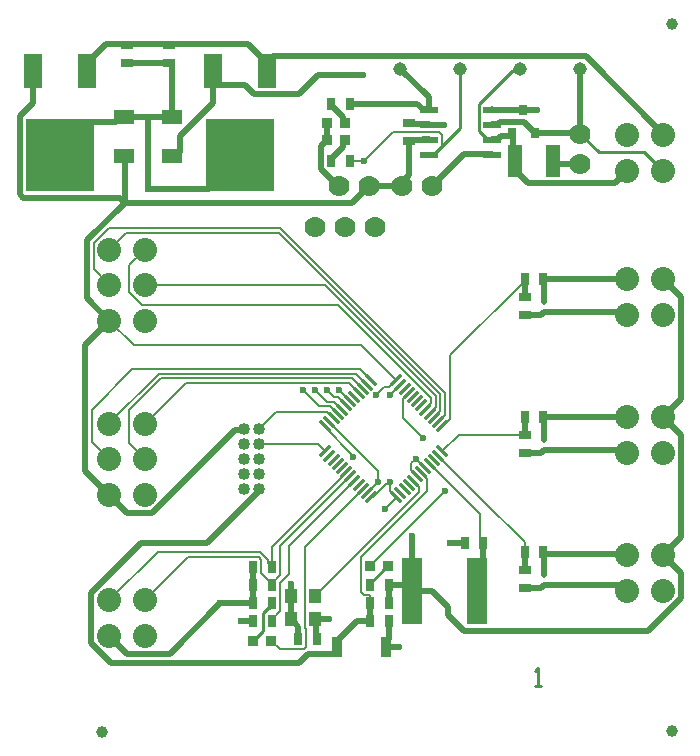
<source format=gtl>
G04*
G04 #@! TF.GenerationSoftware,Altium Limited,Altium Designer,20.1.14 (287)*
G04*
G04 Layer_Physical_Order=1*
G04 Layer_Color=255*
%FSLAX25Y25*%
%MOIN*%
G70*
G04*
G04 #@! TF.SameCoordinates,9EA74FF0-E2A0-47AC-9F38-8029312ED962*
G04*
G04*
G04 #@! TF.FilePolarity,Positive*
G04*
G01*
G75*
%ADD11C,0.01000*%
%ADD14C,0.00500*%
%ADD39R,0.03000X0.04000*%
%ADD40R,0.04300X0.04800*%
%ADD41R,0.03500X0.03500*%
G04:AMPARAMS|DCode=42|XSize=11.81mil|YSize=47.24mil|CornerRadius=0mil|HoleSize=0mil|Usage=FLASHONLY|Rotation=135.000|XOffset=0mil|YOffset=0mil|HoleType=Round|Shape=Rectangle|*
%AMROTATEDRECTD42*
4,1,4,0.02088,0.01253,-0.01253,-0.02088,-0.02088,-0.01253,0.01253,0.02088,0.02088,0.01253,0.0*
%
%ADD42ROTATEDRECTD42*%

G04:AMPARAMS|DCode=43|XSize=11.81mil|YSize=47.24mil|CornerRadius=0mil|HoleSize=0mil|Usage=FLASHONLY|Rotation=225.000|XOffset=0mil|YOffset=0mil|HoleType=Round|Shape=Rectangle|*
%AMROTATEDRECTD43*
4,1,4,-0.01253,0.02088,0.02088,-0.01253,0.01253,-0.02088,-0.02088,0.01253,-0.01253,0.02088,0.0*
%
%ADD43ROTATEDRECTD43*%

%ADD44C,0.03937*%
%ADD45R,0.04000X0.03000*%
%ADD46R,0.01575X0.01280*%
%ADD47R,0.06299X0.11811*%
%ADD48R,0.22835X0.24410*%
%ADD49R,0.07100X0.04700*%
%ADD50R,0.07087X0.22441*%
%ADD51C,0.04500*%
%ADD52R,0.06102X0.02362*%
%ADD53R,0.03150X0.03543*%
%ADD54R,0.05118X0.11024*%
%ADD55R,0.03500X0.07000*%
%ADD56C,0.02000*%
%ADD57C,0.08000*%
%ADD58C,0.04000*%
%ADD59C,0.07000*%
%ADD60C,0.02362*%
D11*
X504500Y352375D02*
Y372000D01*
X498500Y346375D02*
X504500Y352375D01*
X435500Y181500D02*
X438624Y184624D01*
Y190621D01*
X440502Y192500D01*
X440624D01*
X441624Y193500D01*
Y194000D01*
X524018Y371518D02*
X524500Y372000D01*
X521679Y371518D02*
X524018D01*
X510580Y360419D02*
X521679Y371518D01*
X565702Y344393D02*
X572000Y338094D01*
X550607Y344393D02*
X565702D01*
X544500Y350500D02*
X550607Y344393D01*
X544468Y350532D02*
X544500Y350500D01*
X474376Y200000D02*
Y200500D01*
X479126Y205250D01*
X479250D01*
X480500Y206500D01*
X495742Y343617D02*
X498500Y346375D01*
X513262Y348617D02*
X515132D01*
X510580Y351298D02*
X513262Y348617D01*
X510580Y351298D02*
Y360419D01*
X529500Y166500D02*
X531499D01*
X530500D01*
Y172498D01*
X529500Y171498D01*
D14*
X498500Y346375D02*
Y349865D01*
Y346375D02*
Y346375D01*
X482000Y351000D02*
X497365D01*
X498500Y349865D01*
X487271Y263887D02*
Y264068D01*
X485325Y261941D02*
X487271Y263887D01*
X485325Y255675D02*
Y261941D01*
Y255675D02*
X492000Y249000D01*
X474500Y206500D02*
X499500Y231500D01*
X493393Y231393D02*
Y235494D01*
X471500Y209500D02*
X493393Y231393D01*
X479500Y225500D02*
X483095Y229095D01*
Y229269D01*
X471462Y279877D02*
X483095Y268244D01*
X395812Y279877D02*
X471462D01*
X483095Y268244D02*
X483095D01*
X387500Y288189D02*
X395812Y279877D01*
X452000Y265000D02*
X457431Y259569D01*
X463427Y257108D02*
X463608D01*
X464923Y258500D02*
X465000D01*
X462431Y262569D02*
X463715D01*
X456000Y265000D02*
X459931Y261069D01*
X463715Y262569D02*
X466392Y259892D01*
X460000Y265000D02*
X462431Y262569D01*
X456000Y265000D02*
X456000D01*
X462431Y261069D02*
X465000Y258500D01*
X459931Y261069D02*
X462431D01*
X467750Y261284D02*
X467784D01*
X464000Y265000D02*
X464034D01*
X467750Y261284D01*
X457431Y259569D02*
X461147D01*
X472500Y341500D02*
X482000Y351000D01*
X467624Y341500D02*
X472500D01*
X461147Y259569D02*
X463608Y257108D01*
X443162Y257662D02*
X460089D01*
X437500Y252000D02*
X437655Y251845D01*
X460089Y257662D02*
X462035Y255716D01*
X403931Y270431D02*
X469695D01*
X395181Y271931D02*
X470979D01*
X381750Y258500D02*
X395181Y271931D01*
X399338Y253811D02*
X412958Y267431D01*
X387500Y254000D02*
X403931Y270431D01*
X404552Y268931D02*
X468411D01*
X471883Y265460D01*
X470979Y271931D02*
X474666Y268244D01*
X397602Y261981D02*
X404552Y268931D01*
X467204Y267431D02*
X470568Y264068D01*
X412958Y267431D02*
X467204D01*
X469695Y270431D02*
X473275Y266852D01*
X397602Y261981D02*
X397602D01*
X394069Y258448D02*
X397602Y261981D01*
X437500Y252000D02*
X443162Y257662D01*
X462035Y255716D02*
X462216D01*
X468995Y262676D02*
X469176D01*
X471883Y265460D02*
X471960D01*
X466211Y237621D02*
X466392D01*
X466211Y237440D02*
Y237621D01*
X387500Y194905D02*
X403594Y211000D01*
X437766D01*
X440414Y208351D01*
Y207209D02*
Y208351D01*
Y207209D02*
X441624Y206000D01*
X413663Y209250D02*
X437394D01*
X399319Y194905D02*
X399319D01*
X413663Y209250D01*
X444466Y200721D02*
X447500Y203755D01*
Y213161D02*
X456466Y222127D01*
X447500Y203755D02*
Y213161D01*
X441624Y200500D02*
X444500Y203376D01*
Y212945D02*
X467784Y236229D01*
X444500Y203376D02*
Y212945D01*
X471500Y197609D02*
Y209500D01*
X456134Y196490D02*
X490609Y230965D01*
Y232710D01*
X491447Y237440D02*
Y237621D01*
Y237440D02*
X493393Y235494D01*
X474084Y196750D02*
X474376Y196457D01*
Y194000D02*
Y196457D01*
X472359Y196750D02*
X474084D01*
X471500Y197609D02*
X472359Y196750D01*
X456134Y196240D02*
Y196490D01*
X444466Y191342D02*
Y200721D01*
X441624Y200000D02*
Y200500D01*
X452734Y185842D02*
Y212827D01*
X441624Y206000D02*
Y212853D01*
X437394Y209250D02*
X438126Y208518D01*
Y203997D02*
Y208518D01*
X494231Y240405D02*
X510874Y223762D01*
Y215250D02*
Y223762D01*
Y215250D02*
X512124Y214000D01*
X488663Y234656D02*
X490609Y232710D01*
X488663Y234656D02*
Y234837D01*
X452734Y212827D02*
X471960Y232053D01*
X452734Y185842D02*
X453126Y185450D01*
X456466Y222127D02*
Y222127D01*
X469176Y234837D01*
X444250Y178750D02*
X452394D01*
X441500Y181500D02*
X444250Y178750D01*
X453126Y179482D02*
Y185450D01*
X452394Y178750D02*
X453126Y179482D01*
X441624Y212853D02*
X466211Y237440D01*
X441624Y188500D02*
X444466Y191342D01*
X441624Y188000D02*
Y188500D01*
X382250Y305250D02*
X387500Y300000D01*
X387264Y319000D02*
X444500D01*
X382250Y305250D02*
Y313986D01*
X387264Y319000D01*
X498407Y252932D02*
X501000Y255526D01*
Y276624D02*
X525876Y301500D01*
X501000Y255526D02*
Y276624D01*
X495623Y255793D02*
X497785Y257955D01*
Y263594D01*
X499500Y256809D02*
Y264000D01*
X497015Y254324D02*
X499500Y256809D01*
X495623Y255716D02*
Y255793D01*
X444500Y319000D02*
X499500Y264000D01*
X443879Y317500D02*
X497785Y263594D01*
X511522Y228681D02*
Y228681D01*
X525876Y211000D02*
Y214327D01*
X511522Y228681D02*
X525876Y214327D01*
X497015Y243189D02*
X511522Y228681D01*
X503950Y250124D02*
X526000D01*
X498407Y244581D02*
X503950Y250124D01*
X498407Y244581D02*
X498407D01*
X525876Y301500D02*
Y302000D01*
X437500Y247000D02*
X457013D01*
X459432Y244581D01*
X459432D01*
X473275Y266852D02*
X473352D01*
X474666Y268244D02*
X474744D01*
X399319Y253811D02*
X399338D01*
X393189Y317500D02*
X443879D01*
X387500Y311811D02*
X393189Y317500D01*
X399319Y300000D02*
X459257D01*
X496285Y262973D01*
X463697Y293439D02*
X494785Y262351D01*
X398455Y293439D02*
X463697D01*
X437500Y247000D02*
X437750Y247250D01*
X438126Y203997D02*
X441624Y200500D01*
X394069Y297825D02*
X398455Y293439D01*
X394069Y306561D02*
X399319Y311811D01*
X394069Y247250D02*
X399319Y242000D01*
X394069Y247250D02*
Y258448D01*
X381750Y247750D02*
Y258500D01*
X394069Y297825D02*
Y306561D01*
X381750Y247750D02*
X387500Y242000D01*
Y253811D02*
Y254000D01*
X525876Y255750D02*
X525938Y255812D01*
X525876Y255750D02*
Y256000D01*
X498407Y244581D02*
X499659Y243328D01*
X500141D01*
X494785Y260627D02*
Y262351D01*
X496285Y259343D02*
Y262973D01*
X494231Y257108D02*
Y257289D01*
X496285Y259343D01*
X492839Y258681D02*
X494785Y260627D01*
X492839Y258500D02*
Y258681D01*
X492717Y239013D02*
X492839D01*
X489704Y242026D02*
X492717Y239013D01*
X488109Y238356D02*
X490055Y236410D01*
Y236229D02*
Y236410D01*
X480091Y234144D02*
X480644D01*
X477000Y234490D02*
Y238148D01*
X481000Y231364D02*
X481000Y234500D01*
X478931Y265931D02*
X480783D01*
X481000Y263500D02*
X481068D01*
X488109Y238356D02*
Y240552D01*
X480644Y234144D02*
X481000Y234500D01*
X460824Y254324D02*
X477000Y238148D01*
X473352Y230661D02*
Y230752D01*
X476500Y263500D02*
X478931Y265931D01*
X459432Y252605D02*
Y252932D01*
X483095Y229269D02*
Y229269D01*
X489582Y242026D02*
X489704D01*
X459432Y252605D02*
X468855Y243182D01*
X474744Y229269D02*
X475217D01*
X473352Y230752D02*
X477000Y234400D01*
X484419Y266852D02*
X484487D01*
X477000Y234400D02*
Y234490D01*
X468855Y242855D02*
Y243182D01*
X488109Y240552D02*
X489582Y242026D01*
X475217Y229269D02*
X480091Y234144D01*
X481068Y263500D02*
X484419Y266852D01*
X480783Y265931D02*
X483095Y268244D01*
X481000Y231364D02*
X483095Y229269D01*
D39*
X441624Y194000D02*
D03*
X435376D02*
D03*
X450376Y182000D02*
D03*
X456624D02*
D03*
X441624Y188000D02*
D03*
X435376D02*
D03*
Y206000D02*
D03*
X441624D02*
D03*
X435376Y200000D02*
D03*
X441624D02*
D03*
X532124Y211000D02*
D03*
X525876D02*
D03*
X532124Y256000D02*
D03*
X525876D02*
D03*
Y302000D02*
D03*
X532124D02*
D03*
X461376Y341500D02*
D03*
X467624D02*
D03*
Y360500D02*
D03*
X461376D02*
D03*
X505876Y214000D02*
D03*
X512124D02*
D03*
X474376Y200000D02*
D03*
X480624D02*
D03*
X474376Y194000D02*
D03*
X480624D02*
D03*
Y188000D02*
D03*
X474376D02*
D03*
D40*
X447866Y196240D02*
D03*
X456134D02*
D03*
X447866Y188760D02*
D03*
X456134D02*
D03*
D41*
X441500Y181500D02*
D03*
X435500D02*
D03*
X466000Y354000D02*
D03*
X460000D02*
D03*
X466000Y348500D02*
D03*
X460000D02*
D03*
X480500Y206500D02*
D03*
X474500D02*
D03*
D42*
X474744Y229269D02*
D03*
X473352Y230661D02*
D03*
X471960Y232053D02*
D03*
X470568Y233445D02*
D03*
X469176Y234837D02*
D03*
X467784Y236229D02*
D03*
X466392Y237621D02*
D03*
X465000Y239013D02*
D03*
X463608Y240405D02*
D03*
X462216Y241797D02*
D03*
X460824Y243189D02*
D03*
X459432Y244581D02*
D03*
X483095Y268244D02*
D03*
X484487Y266852D02*
D03*
X485879Y265460D02*
D03*
X487271Y264068D02*
D03*
X488663Y262676D02*
D03*
X490055Y261284D02*
D03*
X491447Y259892D02*
D03*
X492839Y258500D02*
D03*
X494231Y257108D02*
D03*
X495623Y255716D02*
D03*
X497015Y254324D02*
D03*
X498407Y252932D02*
D03*
D43*
X459432D02*
D03*
X460824Y254324D02*
D03*
X462216Y255716D02*
D03*
X463608Y257108D02*
D03*
X465000Y258500D02*
D03*
X466392Y259892D02*
D03*
X467784Y261284D02*
D03*
X469176Y262676D02*
D03*
X470568Y264068D02*
D03*
X471960Y265460D02*
D03*
X473352Y266852D02*
D03*
X474744Y268244D02*
D03*
X498407Y244581D02*
D03*
X497015Y243189D02*
D03*
X495623Y241797D02*
D03*
X494231Y240405D02*
D03*
X492839Y239013D02*
D03*
X491447Y237621D02*
D03*
X490055Y236229D02*
D03*
X488663Y234837D02*
D03*
X487271Y233445D02*
D03*
X485879Y232053D02*
D03*
X484487Y230661D02*
D03*
X483095Y229269D02*
D03*
D44*
X575000Y151500D02*
D03*
Y387000D02*
D03*
X385000Y151000D02*
D03*
D45*
X526000Y243876D02*
D03*
Y250124D02*
D03*
Y289876D02*
D03*
Y296124D02*
D03*
Y198876D02*
D03*
Y205124D02*
D03*
X487500Y354124D02*
D03*
Y347876D02*
D03*
X407500Y373876D02*
D03*
Y380124D02*
D03*
X393500Y373876D02*
D03*
Y380124D02*
D03*
D46*
X532500Y200055D02*
D03*
Y203500D02*
D03*
Y245055D02*
D03*
Y248500D02*
D03*
Y294500D02*
D03*
Y291055D02*
D03*
D47*
X380000Y371500D02*
D03*
X362008D02*
D03*
X439992D02*
D03*
X422000D02*
D03*
D48*
X371004Y343232D02*
D03*
X430996D02*
D03*
D49*
X408500Y356108D02*
D03*
Y342892D02*
D03*
X392500D02*
D03*
Y356108D02*
D03*
D50*
X488500Y198000D02*
D03*
X510000D02*
D03*
D51*
X524500Y372000D02*
D03*
X484500D02*
D03*
X544500D02*
D03*
X504500D02*
D03*
D52*
X515132Y343493D02*
D03*
Y348493D02*
D03*
Y353493D02*
D03*
Y358493D02*
D03*
X493872Y343493D02*
D03*
Y348493D02*
D03*
Y353493D02*
D03*
Y358493D02*
D03*
D53*
X529240Y350563D02*
D03*
X521760D02*
D03*
X525500Y358437D02*
D03*
D54*
X522601Y341500D02*
D03*
X535399D02*
D03*
D55*
X463232Y179500D02*
D03*
X479768D02*
D03*
D56*
X493872Y353493D02*
X493875Y353497D01*
X498997D01*
X499000Y353500D01*
X525500Y358437D02*
X525531Y358469D01*
X529969D01*
X530000Y358500D01*
X431500Y188000D02*
X435376D01*
X456134Y188760D02*
X460760D01*
X479768Y179500D02*
X484000D01*
X400500Y356108D02*
X408500D01*
X392500D02*
X400500D01*
Y332000D02*
Y356108D01*
Y332000D02*
X400528Y332028D01*
X430996Y342445D02*
Y343232D01*
X420579Y332028D02*
X430996Y342445D01*
X400528Y332028D02*
X420579D01*
X357587Y330199D02*
X358758Y329028D01*
X391055D01*
X392582Y327500D01*
X362008Y360687D02*
Y371500D01*
X357587Y356265D02*
X362008Y360687D01*
X357587Y330199D02*
Y356265D01*
X392500Y342892D02*
X392582Y342809D01*
Y327500D02*
Y342809D01*
X380000Y314918D02*
X392582Y327500D01*
X468500D01*
X422000Y360687D02*
Y368744D01*
X411050Y344242D02*
Y349737D01*
X408500Y342892D02*
X409700D01*
X411050Y344242D01*
Y349737D02*
X422000Y360687D01*
X371004Y343232D02*
Y344020D01*
X381421Y354437D01*
X389629D01*
X391300Y356108D01*
X392500D01*
X501000Y214000D02*
X505876D01*
X488500Y198000D02*
Y216500D01*
X447866Y196240D02*
X447933Y196307D01*
Y200433D01*
X448000Y200500D01*
X424453Y194000D02*
X435376D01*
X492002Y358617D02*
X493872D01*
X472500Y360500D02*
X490119D01*
X467624D02*
X472500D01*
X572000Y255906D02*
X578000Y249905D01*
Y215905D02*
Y249905D01*
X572000Y209906D02*
X578000Y215905D01*
X572000Y301905D02*
X578000Y295905D01*
Y261906D02*
Y295905D01*
X572000Y255906D02*
X578000Y261906D01*
X500336Y190072D02*
X505628Y184780D01*
X572000Y209906D02*
X578000Y203906D01*
X500336Y190072D02*
Y192708D01*
X578000Y195609D02*
Y203906D01*
X495043Y198000D02*
X500336Y192708D01*
X567170Y184780D02*
X578000Y195609D01*
X488500Y198000D02*
X495043D01*
X505628Y184780D02*
X567170D01*
X450826Y174000D02*
X453826Y177000D01*
X462482D02*
X463232Y177750D01*
Y179500D01*
X387500Y183095D02*
X393500Y177094D01*
X388109Y174000D02*
X450826D01*
X393500Y177094D02*
X407547D01*
X424453Y194000D01*
X453826Y177000D02*
X462482D01*
X381500Y197391D02*
X397976Y213867D01*
X437500Y231459D02*
Y232000D01*
X420024Y213867D02*
X436500Y230343D01*
X397976Y213867D02*
X420024D01*
X436500Y230459D02*
X437500Y231459D01*
X381500Y180609D02*
Y197391D01*
Y180609D02*
X388109Y174000D01*
X436500Y230343D02*
Y230459D01*
X379500Y238189D02*
X387500Y230189D01*
X432117Y251617D02*
X432500Y252000D01*
X401804Y224189D02*
X429233Y251617D01*
X393500Y224189D02*
X401804D01*
X429233Y251617D02*
X432117D01*
X387500Y230189D02*
X393500Y224189D01*
X486500Y200000D02*
X488500Y198000D01*
X480624Y200000D02*
X486500D01*
X435376Y194000D02*
Y200000D01*
X422000Y368744D02*
Y371500D01*
Y368744D02*
X424150Y366595D01*
X432560D01*
X435560Y363595D01*
X450528D01*
X456934Y370000D01*
X472000D01*
X522180Y349791D02*
Y350143D01*
Y338968D02*
Y349791D01*
X441986Y376250D02*
X546260D01*
X439992Y374256D02*
X441986Y376250D01*
X546260D02*
X572000Y350510D01*
X439992Y371500D02*
Y374256D01*
X393500Y380247D02*
X407500D01*
X433772D01*
X386220D02*
X393500D01*
X468500Y327500D02*
X474000Y333000D01*
X380000Y295689D02*
Y314918D01*
Y295689D02*
X387500Y288189D01*
X435376Y200000D02*
Y206000D01*
X379500Y280189D02*
X387500Y288189D01*
X379500Y238189D02*
Y280189D01*
X525938Y255812D02*
Y255938D01*
Y250185D02*
Y255812D01*
X572000Y349905D02*
Y350510D01*
X556075Y333988D02*
X560181Y338094D01*
X556597Y200055D02*
X558558Y198094D01*
X559634Y210453D02*
X560181Y209906D01*
X560134Y255953D02*
X560181Y255906D01*
X559221Y291055D02*
X560181Y290094D01*
X558558Y198094D02*
X560181D01*
X559221Y245055D02*
X560181Y244094D01*
X560134Y301953D02*
X560181Y301905D01*
X525876Y211000D02*
X525938Y210938D01*
Y250185D02*
X526000Y250124D01*
X525876Y256000D02*
X525938Y255938D01*
Y296185D02*
X526000Y296124D01*
X532500Y210576D02*
X532624Y210453D01*
X532500Y210576D02*
Y210624D01*
X532124Y211000D02*
X532500Y210624D01*
X532171Y255953D02*
X532500Y255624D01*
X532124Y256000D02*
X532171Y255953D01*
X531321Y289876D02*
X532500Y291055D01*
X525938Y205185D02*
Y210938D01*
Y205185D02*
X526000Y205124D01*
X525876Y302000D02*
X525938Y301938D01*
Y296185D02*
Y301938D01*
X531321Y198876D02*
X532500Y200055D01*
Y203500D02*
Y210576D01*
X531321Y243876D02*
X532500Y245055D01*
Y248500D02*
Y255624D01*
X532171Y301953D02*
X532500Y301624D01*
X532124Y302000D02*
X532171Y301953D01*
X532500Y294500D02*
Y301624D01*
X526000Y243876D02*
X531321D01*
X526000Y289876D02*
X531321D01*
X526000Y198876D02*
X531321D01*
X532500Y200055D02*
X556597D01*
X532624Y210453D02*
X559634D01*
X532171Y255953D02*
X560134D01*
X532500Y291055D02*
X559221D01*
X532500Y245055D02*
X559221D01*
X532171Y301953D02*
X560134D01*
X527160Y333988D02*
X556075D01*
X544468Y350532D02*
X544500Y350563D01*
X522180Y338968D02*
X527160Y333988D01*
X450376Y182000D02*
Y186188D01*
X449205Y187360D02*
X450376Y186188D01*
X449016Y187360D02*
X449205D01*
X447866Y188510D02*
X449016Y187360D01*
X447866Y188510D02*
Y188760D01*
X456379Y182245D02*
X456624Y182000D01*
X456379Y182245D02*
Y188515D01*
X456134Y188760D02*
X456379Y188515D01*
X408500Y356108D02*
Y373376D01*
X408000Y373876D02*
X408500Y373376D01*
X407500Y373876D02*
X408000D01*
X393500D02*
X407500D01*
X474270Y187894D02*
X474376Y188000D01*
X469876Y187894D02*
X474270D01*
X463232Y181250D02*
X469876Y187894D01*
X463232Y179500D02*
Y181250D01*
X480624Y182106D02*
Y188000D01*
X479768Y181250D02*
X480624Y182106D01*
X479768Y179500D02*
Y181250D01*
X480624Y194000D02*
Y200000D01*
X544500Y350563D02*
Y372000D01*
X493872Y358617D02*
Y362628D01*
X484500Y372000D02*
X493872Y362628D01*
X457876Y346376D02*
X460000Y348500D01*
X463548Y333000D02*
X464000D01*
X465250Y345874D02*
Y347750D01*
X466000Y348500D01*
X465250Y354750D02*
Y356126D01*
Y354750D02*
X466000Y354000D01*
X488000Y348376D02*
X491761D01*
X487500Y347876D02*
X488000Y348376D01*
X491761D02*
X492002Y348617D01*
X487500Y354124D02*
X487826Y353798D01*
X457876Y338672D02*
Y346376D01*
X487500Y336853D02*
Y347876D01*
X490119Y360500D02*
X492002Y358617D01*
X515132D02*
X515222Y358527D01*
X521185Y349791D02*
X521760Y350366D01*
Y350563D01*
X522180Y350143D01*
X529240Y350563D02*
X529272Y350532D01*
X529240Y350563D02*
Y350760D01*
X535399Y341500D02*
X536399Y340500D01*
X460000Y348500D02*
Y354000D01*
X461376Y360000D02*
Y360500D01*
X492002Y348617D02*
X493872D01*
X493691Y353798D02*
X493872Y353617D01*
X487826Y353798D02*
X493691D01*
X515132Y348617D02*
X517002D01*
Y353617D02*
X517720Y354335D01*
X515132Y353617D02*
X517002D01*
X517720Y354335D02*
X525665D01*
X457876Y338672D02*
X463548Y333000D01*
X461376Y341500D02*
Y342000D01*
X465250Y345874D01*
X461376Y360000D02*
X465250Y356126D01*
X485000Y333000D02*
Y334353D01*
X487500Y336853D01*
X517002Y348617D02*
X518176Y349791D01*
X521185D01*
X525410Y358527D02*
X525500Y358437D01*
X515222Y358527D02*
X525410D01*
X525665Y354335D02*
X529240Y350760D01*
X474000Y333000D02*
X485000D01*
X536399Y340500D02*
X544500D01*
X505617Y343617D02*
X515132D01*
X495000Y333000D02*
X505617Y343617D01*
X529272Y350532D02*
X544468D01*
X512124Y200124D02*
Y214000D01*
X510000Y198000D02*
X512124Y200124D01*
X447866Y188760D02*
Y196240D01*
X474376Y188000D02*
Y194000D01*
X433772Y380247D02*
X439996Y374024D01*
X379996D02*
X386220Y380247D01*
D57*
X387500Y311811D02*
D03*
X399319D02*
D03*
Y300000D02*
D03*
Y288189D02*
D03*
X387500Y300000D02*
D03*
X387500Y288189D02*
D03*
X387500Y230189D02*
D03*
X387500Y242000D02*
D03*
X399319Y230189D02*
D03*
Y242000D02*
D03*
Y253811D02*
D03*
X387500Y253811D02*
D03*
X399319Y194905D02*
D03*
Y183095D02*
D03*
X387500Y194905D02*
D03*
X387500Y183095D02*
D03*
X560181Y338094D02*
D03*
Y349905D02*
D03*
X572000Y338094D02*
D03*
Y349905D02*
D03*
X560181Y290094D02*
D03*
Y301905D02*
D03*
X572000Y290094D02*
D03*
X572000Y301905D02*
D03*
X560181Y244094D02*
D03*
Y255906D02*
D03*
X572000Y244094D02*
D03*
Y255906D02*
D03*
X560181Y198094D02*
D03*
Y209906D02*
D03*
X572000Y198094D02*
D03*
Y209906D02*
D03*
D58*
X437500Y242000D02*
D03*
X432500D02*
D03*
Y247000D02*
D03*
X437500D02*
D03*
Y252000D02*
D03*
X432500D02*
D03*
Y237000D02*
D03*
X437500D02*
D03*
Y232000D02*
D03*
X432500D02*
D03*
D59*
X456000Y319500D02*
D03*
X476000D02*
D03*
X466000D02*
D03*
X474000Y333000D02*
D03*
X464000D02*
D03*
X485000D02*
D03*
X495000D02*
D03*
X544500Y350500D02*
D03*
Y340500D02*
D03*
D60*
X499000Y353500D02*
D03*
X530000Y358500D02*
D03*
X431500Y188000D02*
D03*
X460760Y188760D02*
D03*
X484000Y179500D02*
D03*
X400500Y332000D02*
D03*
X501000Y214000D02*
D03*
X472000Y370000D02*
D03*
X492000Y249000D02*
D03*
X499500Y231500D02*
D03*
X488500Y216500D02*
D03*
X479500Y225500D02*
D03*
X448000Y200500D02*
D03*
X424453Y194000D02*
D03*
X452000Y265000D02*
D03*
X464000D02*
D03*
X460000D02*
D03*
X456000D02*
D03*
X472500Y360500D02*
D03*
Y341500D02*
D03*
X468855Y242855D02*
D03*
X489582Y242026D02*
D03*
X481000Y263500D02*
D03*
X477000Y234490D02*
D03*
X476500Y263500D02*
D03*
X481000Y234500D02*
D03*
M02*

</source>
